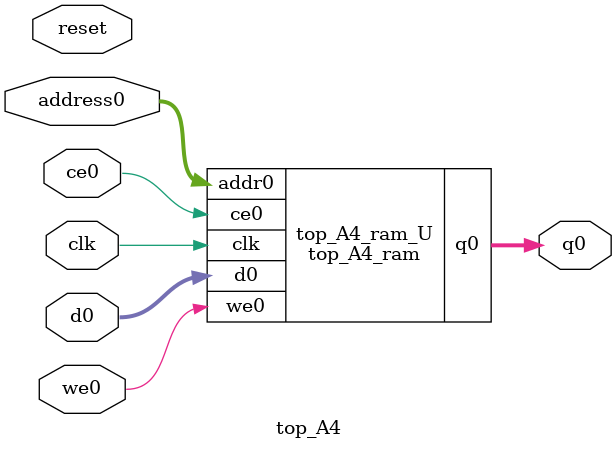
<source format=v>
`timescale 1 ns / 1 ps
module top_A4_ram (addr0, ce0, d0, we0, q0,  clk);

parameter DWIDTH = 32;
parameter AWIDTH = 14;
parameter MEM_SIZE = 9216;

input[AWIDTH-1:0] addr0;
input ce0;
input[DWIDTH-1:0] d0;
input we0;
output reg[DWIDTH-1:0] q0;
input clk;

(* ram_style = "block" *)reg [DWIDTH-1:0] ram[0:MEM_SIZE-1];




always @(posedge clk)  
begin 
    if (ce0) begin
        if (we0) 
            ram[addr0] <= d0; 
        q0 <= ram[addr0];
    end
end


endmodule

`timescale 1 ns / 1 ps
module top_A4(
    reset,
    clk,
    address0,
    ce0,
    we0,
    d0,
    q0);

parameter DataWidth = 32'd32;
parameter AddressRange = 32'd9216;
parameter AddressWidth = 32'd14;
input reset;
input clk;
input[AddressWidth - 1:0] address0;
input ce0;
input we0;
input[DataWidth - 1:0] d0;
output[DataWidth - 1:0] q0;



top_A4_ram top_A4_ram_U(
    .clk( clk ),
    .addr0( address0 ),
    .ce0( ce0 ),
    .we0( we0 ),
    .d0( d0 ),
    .q0( q0 ));

endmodule


</source>
